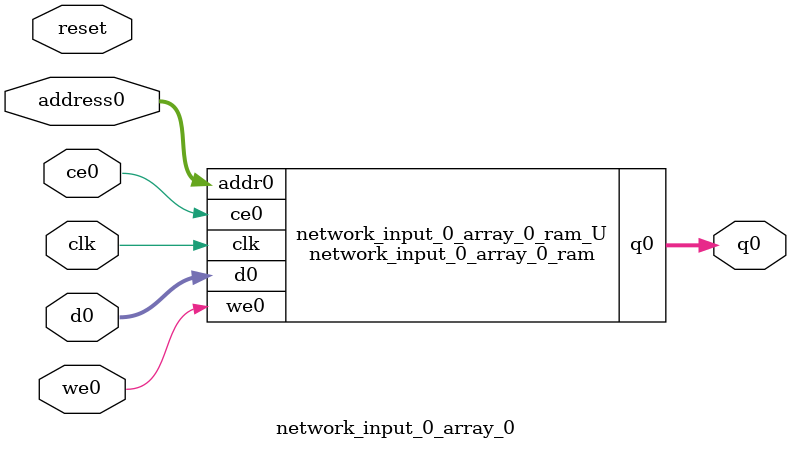
<source format=v>
`timescale 1 ns / 1 ps
module network_input_0_array_0_ram (addr0, ce0, d0, we0, q0,  clk);

parameter DWIDTH = 16;
parameter AWIDTH = 10;
parameter MEM_SIZE = 784;

input[AWIDTH-1:0] addr0;
input ce0;
input[DWIDTH-1:0] d0;
input we0;
output reg[DWIDTH-1:0] q0;
input clk;

(* ram_style = "block" *)reg [DWIDTH-1:0] ram[0:MEM_SIZE-1];




always @(posedge clk)  
begin 
    if (ce0) 
    begin
        if (we0) 
        begin 
            ram[addr0] <= d0; 
        end 
        q0 <= ram[addr0];
    end
end


endmodule

`timescale 1 ns / 1 ps
module network_input_0_array_0(
    reset,
    clk,
    address0,
    ce0,
    we0,
    d0,
    q0);

parameter DataWidth = 32'd16;
parameter AddressRange = 32'd784;
parameter AddressWidth = 32'd10;
input reset;
input clk;
input[AddressWidth - 1:0] address0;
input ce0;
input we0;
input[DataWidth - 1:0] d0;
output[DataWidth - 1:0] q0;



network_input_0_array_0_ram network_input_0_array_0_ram_U(
    .clk( clk ),
    .addr0( address0 ),
    .ce0( ce0 ),
    .we0( we0 ),
    .d0( d0 ),
    .q0( q0 ));

endmodule


</source>
